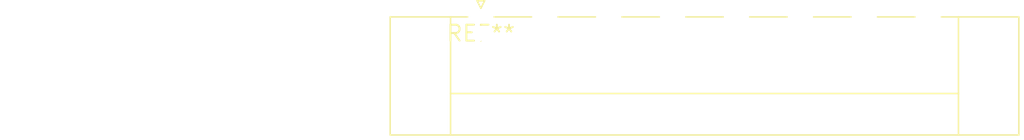
<source format=kicad_pcb>
(kicad_pcb (version 20240108) (generator pcbnew)
  (layers (0 "F.Cu" signal) (31 "B.Cu" signal) (34 "B.Paste" user) (35 "F.Paste" user) (36 "B.SilkS" user "B.Silkscreen") (37 "F.SilkS" user "F.Silkscreen") (38 "B.Mask" user) (39 "F.Mask" user) (44 "Edge.Cuts" user))
  (net 0 "")
  (footprint "PhoenixContact_MC_1,5_8-GF-5.08_1x08_P5.08mm_Horizontal_ThreadedFlange" (layer "F.Cu") (at 0 0)
    (property "Reference" "REF**")
    (property "Value" "PhoenixContact_MC_1,5_8-GF-5.08_1x08_P5.08mm_Horizontal_ThreadedFlange")
    (fp_line (start -7.21 -1.31) (end -7.21 8.11) (layer "F.SilkS") (stroke (width 0.12)))
    (fp_line (start -7.21 -1.31) (end -1.05 -1.31) (layer "F.SilkS") (stroke (width 0.12)))
    (fp_line (start -7.21 8.11) (end 42.77 8.11) (layer "F.SilkS") (stroke (width 0.12)))
    (fp_line (start -2.41 -1.31) (end -2.41 8.11) (layer "F.SilkS") (stroke (width 0.12)))
    (fp_line (start -2.41 4.8) (end 37.97 4.8) (layer "F.SilkS") (stroke (width 0.12)))
    (fp_line (start -0.3 -2.6) (end 0.3 -2.6) (layer "F.SilkS") (stroke (width 0.12)))
    (fp_line (start 0 -2) (end -0.3 -2.6) (layer "F.SilkS") (stroke (width 0.12)))
    (fp_line (start 0.3 -2.6) (end 0 -2) (layer "F.SilkS") (stroke (width 0.12)))
    (fp_line (start 1.05 -1.31) (end 4.03 -1.31) (layer "F.SilkS") (stroke (width 0.12)))
    (fp_line (start 6.13 -1.31) (end 9.11 -1.31) (layer "F.SilkS") (stroke (width 0.12)))
    (fp_line (start 11.21 -1.31) (end 14.19 -1.31) (layer "F.SilkS") (stroke (width 0.12)))
    (fp_line (start 16.29 -1.31) (end 19.27 -1.31) (layer "F.SilkS") (stroke (width 0.12)))
    (fp_line (start 21.37 -1.31) (end 24.35 -1.31) (layer "F.SilkS") (stroke (width 0.12)))
    (fp_line (start 26.45 -1.31) (end 29.43 -1.31) (layer "F.SilkS") (stroke (width 0.12)))
    (fp_line (start 31.53 -1.31) (end 34.51 -1.31) (layer "F.SilkS") (stroke (width 0.12)))
    (fp_line (start 37.97 -1.31) (end 37.97 8.11) (layer "F.SilkS") (stroke (width 0.12)))
    (fp_line (start 42.77 -1.31) (end 36.61 -1.31) (layer "F.SilkS") (stroke (width 0.12)))
    (fp_line (start 42.77 8.11) (end 42.77 -1.31) (layer "F.SilkS") (stroke (width 0.12)))
    (pad "1" thru_hole roundrect (at 0 0) (size 1.8 3.6) (drill 1.2) (layers *.Cu *.Mask) (remove_unused_layers) (roundrect_rratio 0.138889))
    (pad "2" thru_hole oval (at 5.08 0) (size 1.8 3.6) (drill 1.2) (layers *.Cu *.Mask) (remove_unused_layers))
    (pad "3" thru_hole oval (at 10.16 0) (size 1.8 3.6) (drill 1.2) (layers *.Cu *.Mask) (remove_unused_layers))
    (pad "4" thru_hole oval (at 15.24 0) (size 1.8 3.6) (drill 1.2) (layers *.Cu *.Mask) (remove_unused_layers))
    (pad "5" thru_hole oval (at 20.32 0) (size 1.8 3.6) (drill 1.2) (layers *.Cu *.Mask) (remove_unused_layers))
    (pad "6" thru_hole oval (at 25.4 0) (size 1.8 3.6) (drill 1.2) (layers *.Cu *.Mask) (remove_unused_layers))
    (pad "7" thru_hole oval (at 30.48 0) (size 1.8 3.6) (drill 1.2) (layers *.Cu *.Mask) (remove_unused_layers))
    (pad "8" thru_hole oval (at 35.56 0) (size 1.8 3.6) (drill 1.2) (layers *.Cu *.Mask) (remove_unused_layers))
  )
)
</source>
